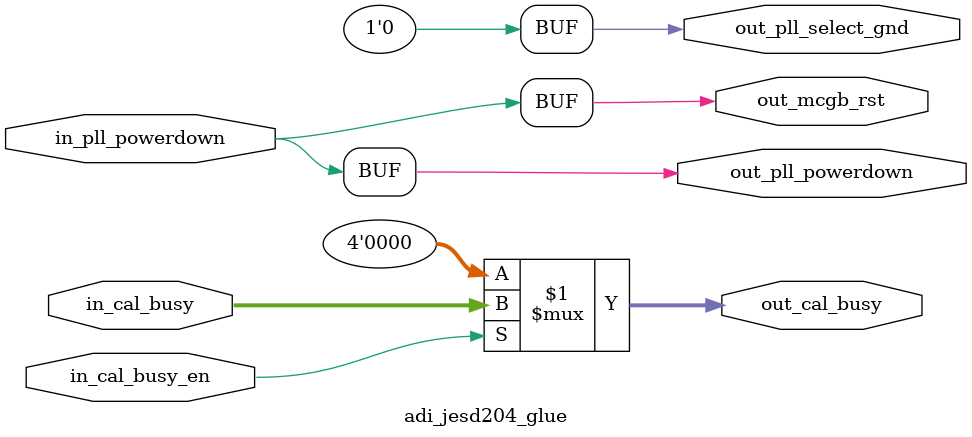
<source format=v>

`timescale 1ns/100ps

module adi_jesd204_glue #(

  parameter NUM_OF_LANES = 4) (

  input in_pll_powerdown,
  input [NUM_OF_LANES-1:0] in_cal_busy,
  input in_cal_busy_en,
  output out_pll_powerdown,
  output out_mcgb_rst,
  output out_pll_select_gnd,
  output [NUM_OF_LANES-1:0] out_cal_busy
);

assign out_pll_powerdown = in_pll_powerdown;
assign out_mcgb_rst = in_pll_powerdown;
assign out_pll_select_gnd = 1'b0;
assign out_cal_busy = (in_cal_busy_en) ? in_cal_busy : {NUM_OF_LANES{1'b0}};

endmodule

</source>
